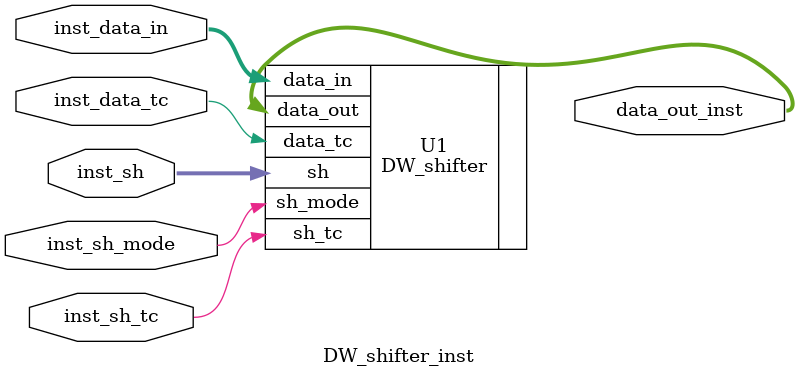
<source format=v>
module DW_shifter_inst( inst_data_in, inst_data_tc, inst_sh, 
                        inst_sh_tc, inst_sh_mode, data_out_inst );

  parameter data_width = 8;
  parameter sh_width = 3;
  parameter inv_mode = 0;
  input [data_width-1 : 0] inst_data_in;
  input inst_data_tc;
  input [sh_width-1 : 0] inst_sh;
  input inst_sh_tc;
  input inst_sh_mode;
  output [data_width-1 : 0] data_out_inst;

  // Instance of DW_shifter
  DW_shifter #(data_width, sh_width)
    U1 ( .data_in(inst_data_in),   .data_tc(inst_data_tc),   .sh(inst_sh),
         .sh_tc(inst_sh_tc),   .sh_mode(inst_sh_mode),
         .data_out(data_out_inst) );

endmodule


</source>
